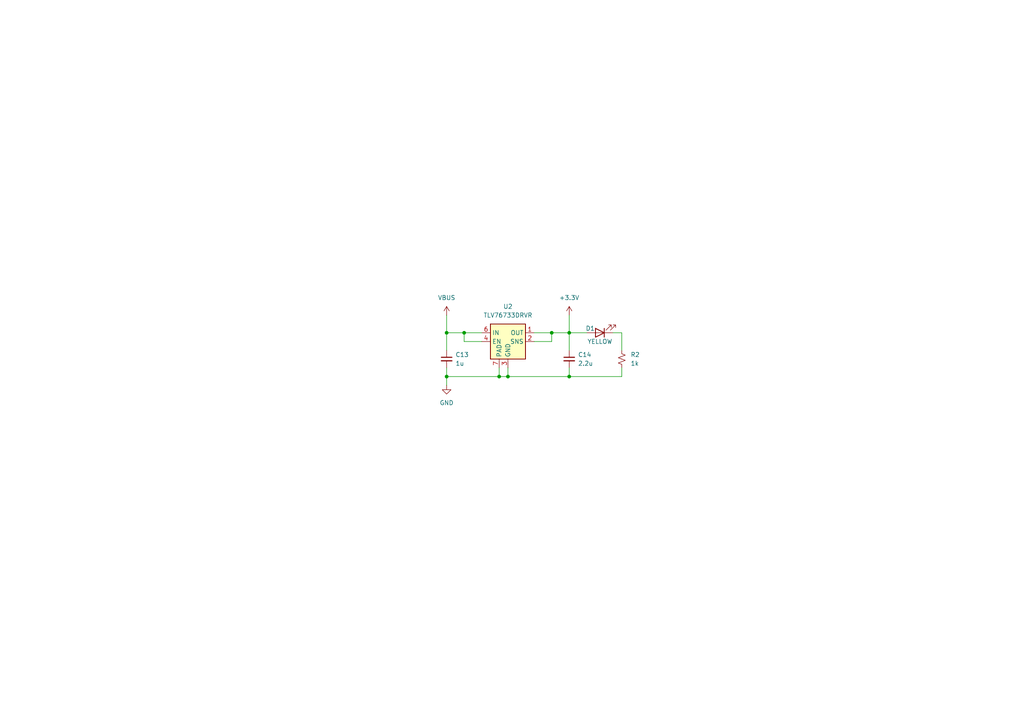
<source format=kicad_sch>
(kicad_sch (version 20231120) (generator "eeschema") (generator_version "8.0")
  (paper "A4")
  (title_block (date "2024-11-29") (rev "5") (company "Illini Rhythm Syndicate"))
  (lib_symbols
    (symbol "Device:C_Small" (pin_numbers hide) (pin_names (offset 0.254) hide)
      (property "Reference" "C" (at 0.254 1.778 0))
      (property "Value" "C_Small" (at 0.254 -2.032 0))
      (symbol "C_Small_0_1"
        (polyline (pts (xy -1.524 -0.508) (xy 1.524 -0.508)) (stroke (width 0.3302)))
        (polyline (pts (xy -1.524 0.508) (xy 1.524 0.508)) (stroke (width 0.3048)))
      )
      (symbol "C_Small_1_1"
        (pin passive line (at 0 2.54 270) (length 2.032) (name "~") (number "1"))
        (pin passive line (at 0 -2.54 90) (length 2.032) (name "~") (number "2"))
      )
    )
    (symbol "Device:LED" (pin_numbers hide) (pin_names (offset 1.016) hide)
      (property "Reference" "D" (at 0 2.54 0))
      (property "Value" "LED" (at 0 -2.54 0))
      (symbol "LED_0_1"
        (polyline (pts (xy -1.27 -1.27) (xy -1.27 1.27)) (stroke (width 0.254)))
        (polyline (pts (xy -1.27 0) (xy 1.27 0)))
        (polyline (pts (xy 1.27 -1.27) (xy 1.27 1.27) (xy -1.27 0) (xy 1.27 -1.27)) (stroke (width 0.254)))
        (polyline (pts (xy -3.048 -0.762) (xy -4.572 -2.286) (xy -3.81 -2.286) (xy -4.572 -2.286) (xy -4.572 -1.524)))
        (polyline (pts (xy -1.778 -0.762) (xy -3.302 -2.286) (xy -2.54 -2.286) (xy -3.302 -2.286) (xy -3.302 -1.524)))
      )
      (symbol "LED_1_1"
        (pin passive line (at -3.81 0 0) (length 2.54) (name "K") (number "1"))
        (pin passive line (at 3.81 0 180) (length 2.54) (name "A") (number "2"))
      )
    )
    (symbol "Device:R_Small_US" (pin_numbers hide) (pin_names (offset 0.254) hide)
      (property "Reference" "R" (at 0.762 0.508 0))
      (property "Value" "R_Small_US" (at 0.762 -1.016 0))
      (symbol "R_Small_US_1_1"
        (polyline (pts (xy 0 0) (xy 1.016 -0.381) (xy 0 -0.762) (xy -1.016 -1.143) (xy 0 -1.524)))
        (polyline (pts (xy 0 1.524) (xy 1.016 1.143) (xy 0 0.762) (xy -1.016 0.381) (xy 0 0)))
        (pin passive line (at 0 2.54 270) (length 1.016) (name "~") (number "1"))
        (pin passive line (at 0 -2.54 90) (length 1.016) (name "~") (number "2"))
      )
    )
    (symbol "Regulator_Linear:TLV76733DRVx"
      (property "Reference" "U" (at 0 8.89 0))
      (property "Value" "TLV76733DRVx" (at 0 6.35 0))
      (symbol "TLV76733DRVx_0_1"
        (rectangle (start -5.08 -5.08) (end 5.08 5.08) (stroke (width 0.254)) (fill (type background)))
      )
      (symbol "TLV76733DRVx_1_1"
        (pin power_out line (at 7.62 2.54 180) (length 2.54) (name "OUT") (number "1"))
        (pin input line (at 7.62 0 180) (length 2.54) (name "SNS") (number "2"))
        (pin power_in line (at 0 -7.62 90) (length 2.54) (name "GND") (number "3"))
        (pin input line (at -7.62 0 0) (length 2.54) (name "EN") (number "4"))
        (pin passive line (at 0 -7.62 90) (length 2.54) hide (name "GND") (number "5"))
        (pin power_in line (at -7.62 2.54 0) (length 2.54) (name "IN") (number "6"))
        (pin passive line (at -2.54 -7.62 90) (length 2.54) (name "PAD") (number "7"))
      )
    )
    (symbol "power:+3.3V" (power) (pin_numbers hide) (pin_names (offset 0) hide)
      (property "Value" "+3.3V" (at 0 3.556 0))
      (symbol "+3.3V_0_1"
        (polyline (pts (xy -0.762 1.27) (xy 0 2.54)))
        (polyline (pts (xy 0 0) (xy 0 2.54)))
        (polyline (pts (xy 0 2.54) (xy 0.762 1.27)))
      )
      (symbol "+3.3V_1_1"
        (pin power_in line (at 0 0 90) (length 0) (name "~") (number "1"))
      )
    )
    (symbol "power:GND" (power) (pin_numbers hide) (pin_names (offset 0) hide)
      (property "Value" "GND" (at 0 -3.81 0))
      (symbol "GND_0_1"
        (polyline (pts (xy 0 0) (xy 0 -1.27) (xy 1.27 -1.27) (xy 0 -2.54) (xy -1.27 -1.27) (xy 0 -1.27)))
      )
      (symbol "GND_1_1"
        (pin power_in line (at 0 0 270) (length 0) (name "~") (number "1"))
      )
    )
    (symbol "power:VBUS" (power) (pin_numbers hide) (pin_names (offset 0) hide)
      (property "Value" "VBUS" (at 0 3.556 0))
      (symbol "VBUS_0_1"
        (polyline (pts (xy -0.762 1.27) (xy 0 2.54)))
        (polyline (pts (xy 0 0) (xy 0 2.54)))
        (polyline (pts (xy 0 2.54) (xy 0.762 1.27)))
      )
      (symbol "VBUS_1_1"
        (pin power_in line (at 0 0 90) (length 0) (name "~") (number "1"))
      )
    )
  )
  (junction (at 147.32 109.22))
  (junction (at 144.78 109.22))
  (junction (at 165.1 96.52))
  (junction (at 129.54 109.22))
  (junction (at 160.02 96.52))
  (junction (at 165.1 109.22))
  (junction (at 129.54 96.52))
  (junction (at 134.62 96.52))
  (wire (pts (xy 134.62 99.06) (xy 139.7 99.06)))
  (wire (pts (xy 165.1 101.6) (xy 165.1 96.52)))
  (wire (pts (xy 165.1 96.52) (xy 170.18 96.52)))
  (wire (pts (xy 180.34 106.68) (xy 180.34 109.22)))
  (wire (pts (xy 129.54 91.44) (xy 129.54 96.52)))
  (wire (pts (xy 129.54 109.22) (xy 144.78 109.22)))
  (wire (pts (xy 147.32 109.22) (xy 165.1 109.22)))
  (wire (pts (xy 160.02 96.52) (xy 160.02 99.06)))
  (wire (pts (xy 160.02 96.52) (xy 165.1 96.52)))
  (wire (pts (xy 177.8 96.52) (xy 180.34 96.52)))
  (wire (pts (xy 180.34 109.22) (xy 165.1 109.22)))
  (wire (pts (xy 134.62 96.52) (xy 134.62 99.06)))
  (wire (pts (xy 147.32 109.22) (xy 147.32 106.68)))
  (wire (pts (xy 165.1 91.44) (xy 165.1 96.52)))
  (wire (pts (xy 154.94 96.52) (xy 160.02 96.52)))
  (wire (pts (xy 129.54 101.6) (xy 129.54 96.52)))
  (wire (pts (xy 180.34 96.52) (xy 180.34 101.6)))
  (wire (pts (xy 129.54 106.68) (xy 129.54 109.22)))
  (wire (pts (xy 144.78 109.22) (xy 147.32 109.22)))
  (wire (pts (xy 129.54 109.22) (xy 129.54 111.76)))
  (wire (pts (xy 165.1 109.22) (xy 165.1 106.68)))
  (wire (pts (xy 160.02 99.06) (xy 154.94 99.06)))
  (wire (pts (xy 134.62 96.52) (xy 129.54 96.52)))
  (wire (pts (xy 139.7 96.52) (xy 134.62 96.52)))
  (wire (pts (xy 144.78 106.68) (xy 144.78 109.22)))
  (symbol (lib_id "power:+3.3V") (at 165.1 91.44 0) (unit 1)
    (property "Reference" "#PWR019" (effects (hide yes)))
    (property "Value" "+3.3V" (at 165.1 86.36 0))
    (property "Description" "Power symbol creates a global label with name \"+3.3V\"" (effects (hide yes)))
  )
  (symbol (lib_id "Regulator_Linear:TLV76733DRVx") (at 147.32 99.06 0) (unit 1)
    (property "Reference" "U2" (at 147.32 88.9 0))
    (property "Value" "TLV76733DRVR" (at 147.32 91.44 0))
    (property "Footprint" "Package_SON:WSON-6-1EP_2x2mm_P0.65mm_EP1x1.6mm" (effects (hide yes)))
    (property "Datasheet" "www.ti.com/lit/gpn/TLV767" (effects (hide yes)))
    (property "Description" "1A Precision Linear Voltage Regulator, with enable pin, Fixed Output 3.3V, WSON6" (effects (hide yes)))
  )
  (symbol (lib_id "Device:C_Small") (at 165.1 104.14 0) (mirror y) (unit 1)
    (property "Reference" "C14" (at 167.64 102.8762 0) (effects (justify right)))
    (property "Value" "2.2u" (at 167.64 105.4162 0) (effects (justify right)))
    (property "Footprint" "Capacitor_SMD:C_0603_1608Metric" (effects (hide yes)))
    (property "Description" "Unpolarized capacitor, small symbol" (effects (hide yes)))
  )
  (symbol (lib_id "Device:LED") (at 173.99 96.52 180) (unit 1)
    (property "Reference" "D1" (at 171.196 95.25 0))
    (property "Value" "YELLOW" (at 173.99 99.06 0))
    (property "Footprint" "LED_SMD:LED_0603_1608Metric" (effects (hide yes)))
    (property "Description" "Light emitting diode" (effects (hide yes)))
  )
  (symbol (lib_id "power:VBUS") (at 129.54 91.44 0) (unit 1)
    (property "Reference" "#PWR018" (effects (hide yes)))
    (property "Value" "VBUS" (at 129.54 86.36 0))
    (property "Description" "Power symbol creates a global label with name \"VBUS\"" (effects (hide yes)))
  )
  (symbol (lib_id "Device:C_Small") (at 129.54 104.14 0) (unit 1)
    (property "Reference" "C13" (at 132.08 102.8762 0) (effects (justify left)))
    (property "Value" "1u" (at 132.08 105.4162 0) (effects (justify left)))
    (property "Footprint" "Capacitor_SMD:C_0603_1608Metric" (effects (hide yes)))
    (property "Description" "Unpolarized capacitor, small symbol" (effects (hide yes)))
  )
  (symbol (lib_id "Device:R_Small_US") (at 180.34 104.14 0) (unit 1)
    (property "Reference" "R2" (at 182.88 102.8699 0) (effects (justify left)))
    (property "Value" "1k" (at 182.88 105.4099 0) (effects (justify left)))
    (property "Footprint" "Resistor_SMD:R_0402_1005Metric" (effects (hide yes)))
    (property "Description" "Resistor, small US symbol" (effects (hide yes)))
  )
  (symbol (lib_id "power:GND") (at 129.54 111.76 0) (unit 1)
    (property "Reference" "#PWR020" (effects (hide yes)))
    (property "Value" "GND" (at 129.54 116.84 0))
    (property "Description" "Power symbol creates a global label with name \"GND\" , ground" (effects (hide yes)))
  )
)
</source>
